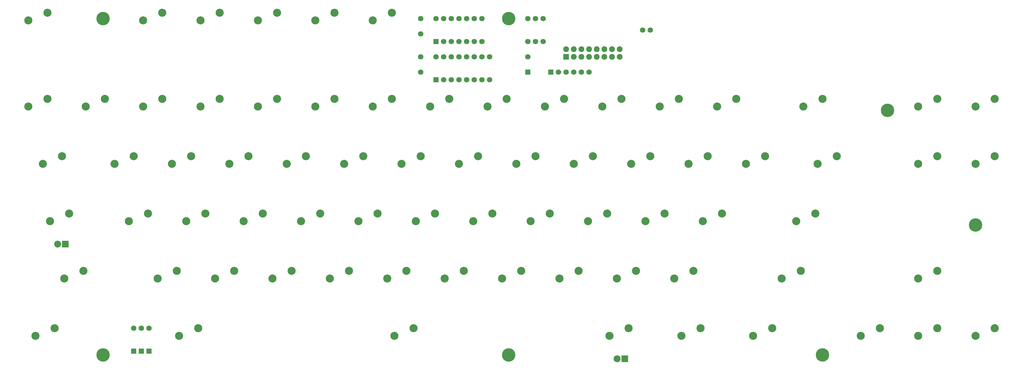
<source format=gbr>
G04 #@! TF.GenerationSoftware,KiCad,Pcbnew,(5.1.0)-1*
G04 #@! TF.CreationDate,2020-01-02T13:27:13-08:00*
G04 #@! TF.ProjectId,Omega-Keyboard,4f6d6567-612d-44b6-9579-626f6172642e,rev?*
G04 #@! TF.SameCoordinates,Original*
G04 #@! TF.FileFunction,Soldermask,Bot*
G04 #@! TF.FilePolarity,Negative*
%FSLAX46Y46*%
G04 Gerber Fmt 4.6, Leading zero omitted, Abs format (unit mm)*
G04 Created by KiCad (PCBNEW (5.1.0)-1) date 2020-01-02 13:27:13*
%MOMM*%
%LPD*%
G04 APERTURE LIST*
%ADD10C,2.686000*%
%ADD11C,1.797000*%
%ADD12R,1.797000X1.797000*%
%ADD13C,4.464000*%
%ADD14R,1.924000X1.924000*%
%ADD15C,1.924000*%
%ADD16C,2.305000*%
%ADD17R,2.305000X2.305000*%
G04 APERTURE END LIST*
D10*
X245745000Y-119380000D03*
X239395000Y-121920000D03*
X74295000Y-119380000D03*
X67945000Y-121920000D03*
X93345000Y-119380000D03*
X86995000Y-121920000D03*
X112395000Y-119380000D03*
X106045000Y-121920000D03*
X131445000Y-119380000D03*
X125095000Y-121920000D03*
X150495000Y-119380000D03*
X144145000Y-121920000D03*
X169545000Y-119380000D03*
X163195000Y-121920000D03*
X188595000Y-119380000D03*
X182245000Y-121920000D03*
X207645000Y-119380000D03*
X201295000Y-121920000D03*
X226695000Y-119380000D03*
X220345000Y-121920000D03*
X264795000Y-119380000D03*
X258445000Y-121920000D03*
X283845000Y-119380000D03*
X277495000Y-121920000D03*
X317182500Y-138430000D03*
X310832500Y-140970000D03*
X274320000Y-138430000D03*
X267970000Y-140970000D03*
X293370000Y-138430000D03*
X287020000Y-140970000D03*
X260032500Y-157480000D03*
X253682500Y-160020000D03*
X279082500Y-157480000D03*
X272732500Y-160020000D03*
X55245000Y-119380000D03*
X48895000Y-121920000D03*
X231457500Y-176530000D03*
X225107500Y-179070000D03*
X250507500Y-176530000D03*
X244157500Y-179070000D03*
X269557500Y-176530000D03*
X263207500Y-179070000D03*
X295751250Y-195580000D03*
X289401250Y-198120000D03*
X88582500Y-157480000D03*
X82232500Y-160020000D03*
X174307500Y-176530000D03*
X167957500Y-179070000D03*
X136207500Y-176530000D03*
X129857500Y-179070000D03*
X126682500Y-157480000D03*
X120332500Y-160020000D03*
X121920000Y-138430000D03*
X115570000Y-140970000D03*
X145732500Y-157480000D03*
X139382500Y-160020000D03*
X164782500Y-157480000D03*
X158432500Y-160020000D03*
X183832500Y-157480000D03*
X177482500Y-160020000D03*
X217170000Y-138430000D03*
X210820000Y-140970000D03*
X202882500Y-157480000D03*
X196532500Y-160020000D03*
X221932500Y-157480000D03*
X215582500Y-160020000D03*
X240982500Y-157480000D03*
X234632500Y-160020000D03*
X212407500Y-176530000D03*
X206057500Y-179070000D03*
X193357500Y-176530000D03*
X187007500Y-179070000D03*
X236220000Y-138430000D03*
X229870000Y-140970000D03*
X255270000Y-138430000D03*
X248920000Y-140970000D03*
X83820000Y-138430000D03*
X77470000Y-140970000D03*
X140970000Y-138430000D03*
X134620000Y-140970000D03*
X107632500Y-157480000D03*
X101282500Y-160020000D03*
X160020000Y-138430000D03*
X153670000Y-140970000D03*
X198120000Y-138430000D03*
X191770000Y-140970000D03*
X155257500Y-176530000D03*
X148907500Y-179070000D03*
X102870000Y-138430000D03*
X96520000Y-140970000D03*
X117157500Y-176530000D03*
X110807500Y-179070000D03*
X179070000Y-138430000D03*
X172720000Y-140970000D03*
X98107500Y-176530000D03*
X91757500Y-179070000D03*
X67151250Y-176530000D03*
X60801250Y-179070000D03*
X57626250Y-195580000D03*
X51276250Y-198120000D03*
X105251250Y-195580000D03*
X98901250Y-198120000D03*
X62388750Y-157480000D03*
X56038750Y-160020000D03*
X248126250Y-195580000D03*
X241776250Y-198120000D03*
X93345000Y-90805000D03*
X86995000Y-93345000D03*
X112395000Y-90805000D03*
X106045000Y-93345000D03*
X131445000Y-90805000D03*
X125095000Y-93345000D03*
X150495000Y-90805000D03*
X144145000Y-93345000D03*
X169545000Y-90805000D03*
X163195000Y-93345000D03*
X55245000Y-90805000D03*
X48895000Y-93345000D03*
X60007500Y-138430000D03*
X53657500Y-140970000D03*
X369570000Y-138430000D03*
X363220000Y-140970000D03*
X312420000Y-119380000D03*
X306070000Y-121920000D03*
X310038750Y-157480000D03*
X303688750Y-160020000D03*
X176688750Y-195580000D03*
X170338750Y-198120000D03*
X369570000Y-119380000D03*
X363220000Y-121920000D03*
X350520000Y-119380000D03*
X344170000Y-121920000D03*
X350520000Y-138430000D03*
X344170000Y-140970000D03*
X331470000Y-195580000D03*
X325120000Y-198120000D03*
X350520000Y-176530000D03*
X344170000Y-179070000D03*
X350520000Y-195580000D03*
X344170000Y-198120000D03*
X369570000Y-195580000D03*
X363220000Y-198120000D03*
X271938750Y-195580000D03*
X265588750Y-198120000D03*
X305276250Y-176530000D03*
X298926250Y-179070000D03*
D11*
X179070000Y-105410000D03*
X179070000Y-110490000D03*
X179070000Y-92710000D03*
X179070000Y-97790000D03*
D12*
X214630000Y-110490000D03*
D11*
X214630000Y-105410000D03*
X252730000Y-96520000D03*
X255270000Y-96520000D03*
X83820000Y-195580000D03*
D12*
X83820000Y-203200000D03*
D11*
X86360000Y-195580000D03*
D12*
X86360000Y-203200000D03*
D11*
X88900000Y-195580000D03*
D12*
X88900000Y-203200000D03*
D13*
X73660000Y-92710000D03*
X208280000Y-92710000D03*
X334010000Y-123190000D03*
X73660000Y-204470000D03*
X208280000Y-204470000D03*
X312420000Y-204470000D03*
D14*
X227330000Y-105410000D03*
D15*
X227330000Y-102870000D03*
X229870000Y-105410000D03*
X229870000Y-102870000D03*
X232410000Y-105410000D03*
X232410000Y-102870000D03*
X234950000Y-105410000D03*
X234950000Y-102870000D03*
X237490000Y-105410000D03*
X237490000Y-102870000D03*
X240030000Y-105410000D03*
X240030000Y-102870000D03*
X242570000Y-105410000D03*
X242570000Y-102870000D03*
X245110000Y-105410000D03*
X245110000Y-102870000D03*
D11*
X219710000Y-100330000D03*
X219710000Y-92710000D03*
X214630000Y-100330000D03*
X214630000Y-92710000D03*
D12*
X184150000Y-113030000D03*
D11*
X186690000Y-113030000D03*
X189230000Y-113030000D03*
X191770000Y-113030000D03*
X194310000Y-113030000D03*
X196850000Y-113030000D03*
X199390000Y-113030000D03*
X201930000Y-113030000D03*
X201930000Y-105410000D03*
X199390000Y-105410000D03*
X196850000Y-105410000D03*
X194310000Y-105410000D03*
X191770000Y-105410000D03*
X189230000Y-105410000D03*
X186690000Y-105410000D03*
X184150000Y-105410000D03*
D12*
X184150000Y-100330000D03*
D11*
X186690000Y-100330000D03*
X189230000Y-100330000D03*
X191770000Y-100330000D03*
X194310000Y-100330000D03*
X196850000Y-100330000D03*
X199390000Y-100330000D03*
X199390000Y-92710000D03*
X196850000Y-92710000D03*
X194310000Y-92710000D03*
X191770000Y-92710000D03*
X189230000Y-92710000D03*
X186690000Y-92710000D03*
X184150000Y-92710000D03*
D13*
X363220000Y-161290000D03*
D16*
X244316250Y-205740000D03*
D17*
X246856250Y-205740000D03*
D11*
X217170000Y-100330000D03*
X217170000Y-92710000D03*
D16*
X58578750Y-167640000D03*
D17*
X61118750Y-167640000D03*
D12*
X222250000Y-110490000D03*
D11*
X224790000Y-110490000D03*
X227330000Y-110490000D03*
X229870000Y-110490000D03*
X232410000Y-110490000D03*
X234950000Y-110490000D03*
M02*

</source>
